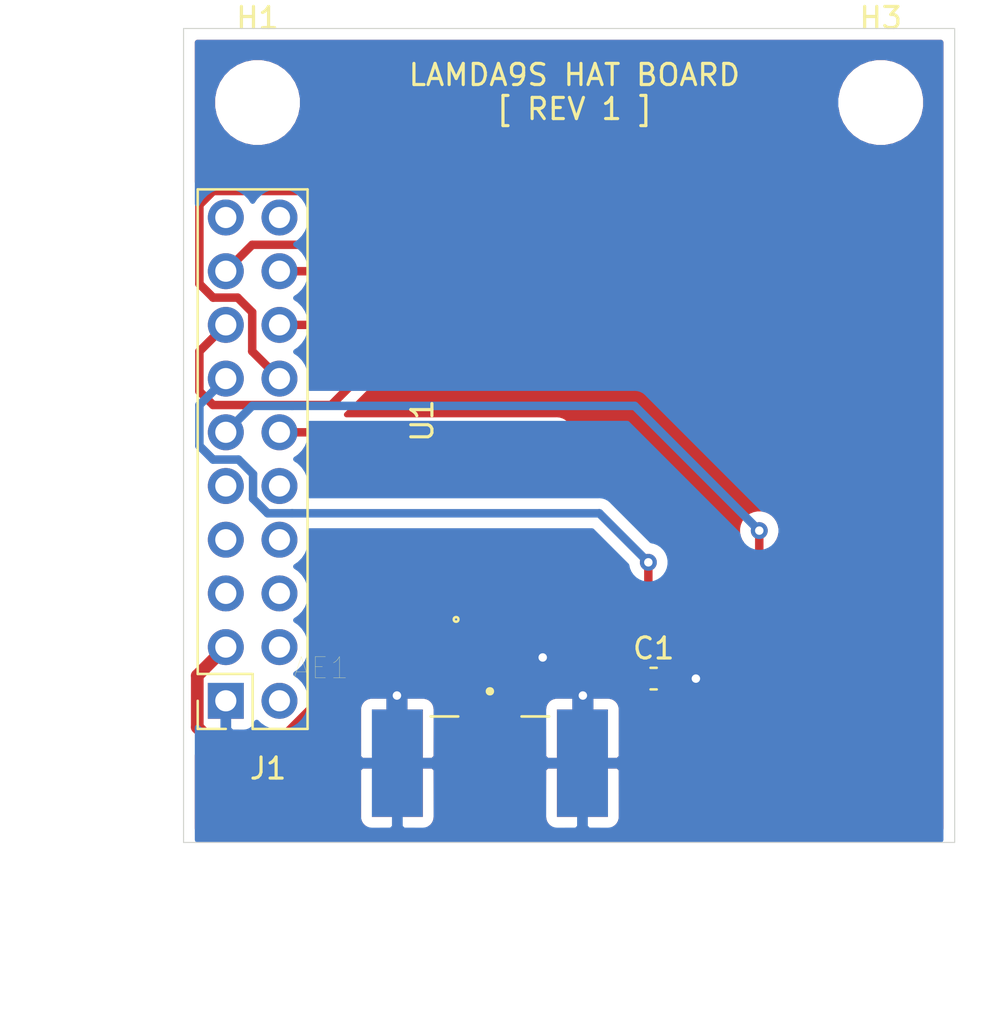
<source format=kicad_pcb>
(kicad_pcb (version 20171130) (host pcbnew "(5.1.6)-1")

  (general
    (thickness 1.6)
    (drawings 6)
    (tracks 85)
    (zones 0)
    (modules 6)
    (nets 12)
  )

  (page A4)
  (layers
    (0 F.Cu signal)
    (31 B.Cu signal)
    (32 B.Adhes user)
    (33 F.Adhes user)
    (34 B.Paste user)
    (35 F.Paste user)
    (36 B.SilkS user)
    (37 F.SilkS user)
    (38 B.Mask user)
    (39 F.Mask user)
    (40 Dwgs.User user)
    (41 Cmts.User user)
    (42 Eco1.User user)
    (43 Eco2.User user)
    (44 Edge.Cuts user)
    (45 Margin user)
    (46 B.CrtYd user)
    (47 F.CrtYd user)
    (48 B.Fab user)
    (49 F.Fab user)
  )

  (setup
    (last_trace_width 0.6)
    (user_trace_width 0.3)
    (user_trace_width 0.4)
    (user_trace_width 0.6)
    (user_trace_width 1)
    (user_trace_width 2.7392)
    (trace_clearance 0.2)
    (zone_clearance 0.508)
    (zone_45_only no)
    (trace_min 0.2)
    (via_size 0.8)
    (via_drill 0.4)
    (via_min_size 0.4)
    (via_min_drill 0.3)
    (uvia_size 0.3)
    (uvia_drill 0.1)
    (uvias_allowed no)
    (uvia_min_size 0.2)
    (uvia_min_drill 0.1)
    (edge_width 0.05)
    (segment_width 0.2)
    (pcb_text_width 0.3)
    (pcb_text_size 1.5 1.5)
    (mod_edge_width 0.12)
    (mod_text_size 1 1)
    (mod_text_width 0.15)
    (pad_size 2.413 5.08)
    (pad_drill 0)
    (pad_to_mask_clearance 0.05)
    (aux_axis_origin 0 0)
    (visible_elements 7FFFFFFF)
    (pcbplotparams
      (layerselection 0x010fc_ffffffff)
      (usegerberextensions false)
      (usegerberattributes true)
      (usegerberadvancedattributes true)
      (creategerberjobfile true)
      (excludeedgelayer true)
      (linewidth 0.100000)
      (plotframeref false)
      (viasonmask false)
      (mode 1)
      (useauxorigin false)
      (hpglpennumber 1)
      (hpglpenspeed 20)
      (hpglpendiameter 15.000000)
      (psnegative false)
      (psa4output false)
      (plotreference true)
      (plotvalue true)
      (plotinvisibletext false)
      (padsonsilk false)
      (subtractmaskfromsilk false)
      (outputformat 1)
      (mirror false)
      (drillshape 1)
      (scaleselection 1)
      (outputdirectory ""))
  )

  (net 0 "")
  (net 1 GND)
  (net 2 +3V3)
  (net 3 "Net-(AE1-Pad1)")
  (net 4 /MISO)
  (net 5 /SCK)
  (net 6 /MOSI)
  (net 7 /nCS)
  (net 8 /RESET)
  (net 9 /RX_SWITCH)
  (net 10 /TX_SWITCH)
  (net 11 /DIO)

  (net_class Default "This is the default net class."
    (clearance 0.2)
    (trace_width 0.25)
    (via_dia 0.8)
    (via_drill 0.4)
    (uvia_dia 0.3)
    (uvia_drill 0.1)
    (add_net +3V3)
    (add_net /DIO)
    (add_net /MISO)
    (add_net /MOSI)
    (add_net /RESET)
    (add_net /RX_SWITCH)
    (add_net /SCK)
    (add_net /TX_SWITCH)
    (add_net /nCS)
    (add_net GND)
    (add_net "Net-(AE1-Pad1)")
  )

  (module Connector_PinHeader_2.54mm:PinHeader_2x10_P2.54mm_Vertical (layer F.Cu) (tedit 5FF7BED9) (tstamp 5FF88A75)
    (at 132.008 88.3 180)
    (descr "Through hole straight pin header, 2x10, 2.54mm pitch, double rows")
    (tags "Through hole pin header THT 2x10 2.54mm double row")
    (path /5FFA9BC7)
    (fp_text reference J1 (at -1.492 -3.2 180) (layer F.SilkS)
      (effects (font (size 1 1) (thickness 0.15)))
    )
    (fp_text value Conn_02x10_Counter_Clockwise (at -0.762 25.19 180) (layer F.Fab)
      (effects (font (size 1 1) (thickness 0.15)))
    )
    (fp_line (start 0.508 -1.27) (end -3.302 -1.27) (layer F.Fab) (width 0.1))
    (fp_line (start -3.302 -1.27) (end -3.302 24.13) (layer F.Fab) (width 0.1))
    (fp_line (start -3.302 24.13) (end 1.778 24.13) (layer F.Fab) (width 0.1))
    (fp_line (start 1.778 24.13) (end 1.778 0) (layer F.Fab) (width 0.1))
    (fp_line (start 1.778 0) (end 0.508 -1.27) (layer F.Fab) (width 0.1))
    (fp_line (start 1.838 24.19) (end -3.362 24.19) (layer F.SilkS) (width 0.12))
    (fp_line (start 1.838 1.27) (end 1.838 24.19) (layer F.SilkS) (width 0.12))
    (fp_line (start -3.362 -1.33) (end -3.362 24.19) (layer F.SilkS) (width 0.12))
    (fp_line (start 1.838 1.27) (end -0.762 1.27) (layer F.SilkS) (width 0.12))
    (fp_line (start -0.762 1.27) (end -0.762 -1.33) (layer F.SilkS) (width 0.12))
    (fp_line (start -0.762 -1.33) (end -3.362 -1.33) (layer F.SilkS) (width 0.12))
    (fp_line (start 1.838 0) (end 1.838 -1.33) (layer F.SilkS) (width 0.12))
    (fp_line (start 1.838 -1.33) (end 0.508 -1.33) (layer F.SilkS) (width 0.12))
    (fp_line (start 2.308 -1.8) (end 2.308 24.65) (layer F.CrtYd) (width 0.05))
    (fp_line (start 2.308 24.65) (end -3.842 24.65) (layer F.CrtYd) (width 0.05))
    (fp_line (start -3.842 24.65) (end -3.842 -1.8) (layer F.CrtYd) (width 0.05))
    (fp_line (start 2.308 -1.8) (end -3.842 -1.8) (layer F.CrtYd) (width 0.05))
    (fp_text user %R (at -0.762 11.43 270) (layer F.Fab)
      (effects (font (size 1 1) (thickness 0.15)))
    )
    (pad 20 thru_hole oval (at -2.032 22.86 180) (size 1.7 1.7) (drill 1) (layers *.Cu *.Mask))
    (pad 19 thru_hole oval (at 0.508 22.86 180) (size 1.7 1.7) (drill 1) (layers *.Cu *.Mask))
    (pad 18 thru_hole oval (at -2.032 20.32 180) (size 1.7 1.7) (drill 1) (layers *.Cu *.Mask)
      (net 4 /MISO))
    (pad 17 thru_hole oval (at 0.508 20.32 180) (size 1.7 1.7) (drill 1) (layers *.Cu *.Mask)
      (net 5 /SCK))
    (pad 16 thru_hole oval (at -2.032 17.78 180) (size 1.7 1.7) (drill 1) (layers *.Cu *.Mask)
      (net 6 /MOSI))
    (pad 15 thru_hole oval (at 0.508 17.78 180) (size 1.7 1.7) (drill 1) (layers *.Cu *.Mask)
      (net 7 /nCS))
    (pad 14 thru_hole oval (at -2.032 15.24 180) (size 1.7 1.7) (drill 1) (layers *.Cu *.Mask)
      (net 8 /RESET))
    (pad 13 thru_hole oval (at 0.508 15.24 180) (size 1.7 1.7) (drill 1) (layers *.Cu *.Mask)
      (net 9 /RX_SWITCH))
    (pad 12 thru_hole oval (at -2.032 12.7 180) (size 1.7 1.7) (drill 1) (layers *.Cu *.Mask)
      (net 10 /TX_SWITCH))
    (pad 11 thru_hole oval (at 0.508 12.7 180) (size 1.7 1.7) (drill 1) (layers *.Cu *.Mask)
      (net 11 /DIO))
    (pad 10 thru_hole oval (at -2.032 10.16 180) (size 1.7 1.7) (drill 1) (layers *.Cu *.Mask))
    (pad 9 thru_hole oval (at 0.508 10.16 180) (size 1.7 1.7) (drill 1) (layers *.Cu *.Mask))
    (pad 8 thru_hole oval (at -2.032 7.62 180) (size 1.7 1.7) (drill 1) (layers *.Cu *.Mask))
    (pad 7 thru_hole oval (at 0.508 7.62 180) (size 1.7 1.7) (drill 1) (layers *.Cu *.Mask))
    (pad 6 thru_hole oval (at -2.032 5.08 180) (size 1.7 1.7) (drill 1) (layers *.Cu *.Mask))
    (pad 5 thru_hole oval (at 0.508 5.08 180) (size 1.7 1.7) (drill 1) (layers *.Cu *.Mask))
    (pad 4 thru_hole oval (at -2.032 2.54 180) (size 1.7 1.7) (drill 1) (layers *.Cu *.Mask))
    (pad 3 thru_hole oval (at 0.508 2.54 180) (size 1.7 1.7) (drill 1) (layers *.Cu *.Mask)
      (net 2 +3V3))
    (pad 2 thru_hole oval (at -2.032 0 180) (size 1.7 1.7) (drill 1) (layers *.Cu *.Mask))
    (pad 1 thru_hole rect (at 0.508 0 180) (size 1.7 1.7) (drill 1) (layers *.Cu *.Mask)
      (net 1 GND))
    (model ${KISYS3DMOD}/Connector_PinHeader_2.54mm.3dshapes/PinHeader_2x10_P2.54mm_Vertical.wrl
      (at (xyz 0 0 0))
      (scale (xyz 1 1 1))
      (rotate (xyz 0 0 0))
    )
  )

  (module MountingHole:MountingHole_3mm (layer F.Cu) (tedit 56D1B4CB) (tstamp 5FF86F39)
    (at 162.5 60)
    (descr "Mounting Hole 3mm, no annular")
    (tags "mounting hole 3mm no annular")
    (path /5FFB2DC8)
    (attr virtual)
    (fp_text reference H3 (at 0 -4) (layer F.SilkS)
      (effects (font (size 1 1) (thickness 0.15)))
    )
    (fp_text value MountingHole (at 0 4) (layer F.Fab)
      (effects (font (size 1 1) (thickness 0.15)))
    )
    (fp_circle (center 0 0) (end 3 0) (layer Cmts.User) (width 0.15))
    (fp_circle (center 0 0) (end 3.25 0) (layer F.CrtYd) (width 0.05))
    (fp_text user %R (at 0.3 0) (layer F.Fab)
      (effects (font (size 1 1) (thickness 0.15)))
    )
    (pad 1 np_thru_hole circle (at 0 0) (size 3 3) (drill 3) (layers *.Cu *.Mask))
  )

  (module MountingHole:MountingHole_3mm (layer F.Cu) (tedit 56D1B4CB) (tstamp 5FF86F29)
    (at 133 60)
    (descr "Mounting Hole 3mm, no annular")
    (tags "mounting hole 3mm no annular")
    (path /5FFB1B80)
    (attr virtual)
    (fp_text reference H1 (at 0 -4) (layer F.SilkS)
      (effects (font (size 1 1) (thickness 0.15)))
    )
    (fp_text value MountingHole (at 0 4) (layer F.Fab)
      (effects (font (size 1 1) (thickness 0.15)))
    )
    (fp_circle (center 0 0) (end 3 0) (layer Cmts.User) (width 0.15))
    (fp_circle (center 0 0) (end 3.25 0) (layer F.CrtYd) (width 0.05))
    (fp_text user %R (at 0.3 0) (layer F.Fab)
      (effects (font (size 1 1) (thickness 0.15)))
    )
    (pad 1 np_thru_hole circle (at 0 0) (size 3 3) (drill 3) (layers *.Cu *.Mask))
  )

  (module SMA:CINCH_142-0701-801 (layer F.Cu) (tedit 60121270) (tstamp 5FF85EF9)
    (at 144 91.25 180)
    (path /5FFA59EB)
    (fp_text reference AE1 (at 8 4.5) (layer F.SilkS)
      (effects (font (size 1 1) (thickness 0.015)))
    )
    (fp_text value Antenna (at 4.75 3.75) (layer F.Fab)
      (effects (font (size 1 1) (thickness 0.015)))
    )
    (fp_line (start -3.425 -4.28) (end -3.425 -12.315) (layer F.CrtYd) (width 0.05))
    (fp_line (start -5.838 -4.28) (end -3.425 -4.28) (layer F.CrtYd) (width 0.05))
    (fp_line (start -5.838 2.79) (end -5.838 -4.28) (layer F.CrtYd) (width 0.05))
    (fp_line (start 5.838 2.79) (end -5.838 2.79) (layer F.CrtYd) (width 0.05))
    (fp_line (start 5.838 -4.28) (end 5.838 2.79) (layer F.CrtYd) (width 0.05))
    (fp_line (start 3.425 -4.28) (end 5.838 -4.28) (layer F.CrtYd) (width 0.05))
    (fp_line (start 3.425 -12.315) (end 3.425 -4.28) (layer F.CrtYd) (width 0.05))
    (fp_line (start -3.425 -12.315) (end 3.425 -12.315) (layer F.CrtYd) (width 0.05))
    (fp_circle (center 0 3.4) (end 0.1 3.4) (layer F.Fab) (width 0.2))
    (fp_circle (center 0 3.4) (end 0.1 3.4) (layer F.SilkS) (width 0.2))
    (fp_line (start 1.5 2.2098) (end 2.8 2.2098) (layer F.SilkS) (width 0.127))
    (fp_line (start -2.8 2.2098) (end -1.5 2.2098) (layer F.SilkS) (width 0.127))
    (fp_line (start 4.8 -2.54) (end 8.3 -2.54) (layer F.Fab) (width 0.127))
    (fp_line (start 4.7625 -4.0259) (end 4.7625 -2.54) (layer F.Fab) (width 0.127))
    (fp_line (start -4.7625 -4.0259) (end -4.7625 -2.54) (layer F.Fab) (width 0.127))
    (fp_line (start 3.175 -12.065) (end 3.175 -4.0259) (layer F.Fab) (width 0.127))
    (fp_line (start -3.175 -12.065) (end 3.175 -12.065) (layer F.Fab) (width 0.127))
    (fp_line (start -3.175 -4.0259) (end -3.175 -12.065) (layer F.Fab) (width 0.127))
    (fp_line (start 3.175 -4.0259) (end 4.7625 -4.0259) (layer F.Fab) (width 0.127))
    (fp_line (start -3.175 -4.0259) (end 3.175 -4.0259) (layer F.Fab) (width 0.127))
    (fp_line (start -4.7625 -4.0259) (end -3.175 -4.0259) (layer F.Fab) (width 0.127))
    (fp_line (start -4.7625 2.2098) (end -4.7625 -2.54) (layer F.Fab) (width 0.127))
    (fp_line (start 4.7625 2.2098) (end -4.7625 2.2098) (layer F.Fab) (width 0.127))
    (fp_line (start 4.7625 -2.54) (end 4.7625 2.2098) (layer F.Fab) (width 0.127))
    (fp_line (start -4.7625 -2.54) (end 4.7625 -2.54) (layer F.Fab) (width 0.127))
    (fp_text user PCB~Edge (at 6.3 -2.9) (layer F.Fab)
      (effects (font (size 1 1) (thickness 0.015)))
    )
    (pad S4 smd rect (at 4.3815 0 180) (size 2.413 5.08) (layers B.Cu B.Paste B.Mask)
      (net 1 GND))
    (pad S3 smd rect (at -4.3815 0 180) (size 2.413 5.08) (layers B.Cu B.Paste B.Mask)
      (net 1 GND))
    (pad 1 smd rect (at 0 0 180) (size 2.286 5.08) (layers F.Cu F.Paste F.Mask)
      (net 3 "Net-(AE1-Pad1)"))
    (pad S2 smd rect (at 4.3815 0 180) (size 2.413 5.08) (layers F.Cu F.Paste F.Mask)
      (net 1 GND))
    (pad S1 smd rect (at -4.3815 0 180) (size 2.413 5.08) (layers F.Cu F.Paste F.Mask)
      (net 1 GND))
  )

  (module Global:LAMBDA-9S (layer F.Cu) (tedit 5FF3EC04) (tstamp 5FF842F9)
    (at 144 84.25 90)
    (path /5FF78303)
    (fp_text reference U1 (at 9.2 -3.2 90) (layer F.SilkS)
      (effects (font (size 1 1) (thickness 0.15)))
    )
    (fp_text value LAMBDA-9S-Global (at 9.3 -5.2 90) (layer F.Fab)
      (effects (font (size 1 1) (thickness 0.15)))
    )
    (fp_line (start -1.31 -6.38) (end 18.69 -6.38) (layer F.CrtYd) (width 0.12))
    (fp_line (start 18.69 20.62) (end 18.69 -6.38) (layer F.CrtYd) (width 0.12))
    (fp_line (start 18.69 20.62) (end -1.31 20.62) (layer F.CrtYd) (width 0.12))
    (fp_line (start -1.31 -6.38) (end -1.31 20.62) (layer F.CrtYd) (width 0.12))
    (pad 12 smd rect (at 17.45 10.16 90) (size 2.5 1.78) (layers F.Cu F.Paste F.Mask)
      (net 8 /RESET))
    (pad 15 smd rect (at 17.45 2.54 90) (size 2.5 1.78) (layers F.Cu F.Paste F.Mask)
      (net 6 /MOSI))
    (pad 13 smd rect (at 17.45 7.62 90) (size 2.5 1.78) (layers F.Cu F.Paste F.Mask)
      (net 5 /SCK))
    (pad 11 smd rect (at 17.45 12.7 90) (size 2.5 1.78) (layers F.Cu F.Paste F.Mask))
    (pad 9 smd rect (at 17.45 17.78 90) (size 2.5 1.78) (layers F.Cu F.Paste F.Mask))
    (pad 14 smd rect (at 17.45 5.08 90) (size 2.5 1.78) (layers F.Cu F.Paste F.Mask)
      (net 4 /MISO))
    (pad 10 smd rect (at 17.45 15.24 90) (size 2.5 1.78) (layers F.Cu F.Paste F.Mask))
    (pad 16 smd rect (at 17.45 0 90) (size 2.5 1.78) (layers F.Cu F.Paste F.Mask)
      (net 7 /nCS))
    (pad 8 smd rect (at 0 17.78 90) (size 2.5 1.78) (layers F.Cu F.Paste F.Mask))
    (pad 7 smd rect (at 0 15.24 90) (size 2.5 1.78) (layers F.Cu F.Paste F.Mask))
    (pad 6 smd rect (at 0 12.7 90) (size 2.5 1.78) (layers F.Cu F.Paste F.Mask)
      (net 11 /DIO))
    (pad 5 smd rect (at 0 10.16 90) (size 2.5 1.78) (layers F.Cu F.Paste F.Mask)
      (net 10 /TX_SWITCH))
    (pad 4 smd rect (at 0 7.62 90) (size 2.5 1.78) (layers F.Cu F.Paste F.Mask)
      (net 9 /RX_SWITCH))
    (pad 3 smd rect (at 0 5.08 90) (size 2.5 1.78) (layers F.Cu F.Paste F.Mask)
      (net 2 +3V3))
    (pad 2 smd rect (at 0 2.54 90) (size 2.5 1.78) (layers F.Cu F.Paste F.Mask)
      (net 1 GND))
    (pad 1 smd rect (at 0 0 90) (size 2.5 1.78) (layers F.Cu F.Paste F.Mask)
      (net 3 "Net-(AE1-Pad1)"))
  )

  (module Capacitor_SMD:C_0603_1608Metric_Pad1.08x0.95mm_HandSolder (layer F.Cu) (tedit 5F68FEEF) (tstamp 5FF842AF)
    (at 151.75 87.25)
    (descr "Capacitor SMD 0603 (1608 Metric), square (rectangular) end terminal, IPC_7351 nominal with elongated pad for handsoldering. (Body size source: IPC-SM-782 page 76, https://www.pcb-3d.com/wordpress/wp-content/uploads/ipc-sm-782a_amendment_1_and_2.pdf), generated with kicad-footprint-generator")
    (tags "capacitor handsolder")
    (path /5FF7DD84)
    (attr smd)
    (fp_text reference C1 (at 0 -1.43 180) (layer F.SilkS)
      (effects (font (size 1 1) (thickness 0.15)))
    )
    (fp_text value 100n (at 0 1.43 180) (layer F.Fab)
      (effects (font (size 1 1) (thickness 0.15)))
    )
    (fp_line (start -0.8 0.4) (end -0.8 -0.4) (layer F.Fab) (width 0.1))
    (fp_line (start -0.8 -0.4) (end 0.8 -0.4) (layer F.Fab) (width 0.1))
    (fp_line (start 0.8 -0.4) (end 0.8 0.4) (layer F.Fab) (width 0.1))
    (fp_line (start 0.8 0.4) (end -0.8 0.4) (layer F.Fab) (width 0.1))
    (fp_line (start -0.146267 -0.51) (end 0.146267 -0.51) (layer F.SilkS) (width 0.12))
    (fp_line (start -0.146267 0.51) (end 0.146267 0.51) (layer F.SilkS) (width 0.12))
    (fp_line (start -1.65 0.73) (end -1.65 -0.73) (layer F.CrtYd) (width 0.05))
    (fp_line (start -1.65 -0.73) (end 1.65 -0.73) (layer F.CrtYd) (width 0.05))
    (fp_line (start 1.65 -0.73) (end 1.65 0.73) (layer F.CrtYd) (width 0.05))
    (fp_line (start 1.65 0.73) (end -1.65 0.73) (layer F.CrtYd) (width 0.05))
    (fp_text user %R (at 0 0 180) (layer F.Fab)
      (effects (font (size 0.4 0.4) (thickness 0.06)))
    )
    (pad 2 smd roundrect (at 0.8625 0) (size 1.075 0.95) (layers F.Cu F.Paste F.Mask) (roundrect_rratio 0.25)
      (net 1 GND))
    (pad 1 smd roundrect (at -0.8625 0) (size 1.075 0.95) (layers F.Cu F.Paste F.Mask) (roundrect_rratio 0.25)
      (net 2 +3V3))
    (model ${KISYS3DMOD}/Capacitor_SMD.3dshapes/C_0603_1608Metric.wrl
      (at (xyz 0 0 0))
      (scale (xyz 1 1 1))
      (rotate (xyz 0 0 0))
    )
  )

  (gr_text "LAMDA9S HAT BOARD\n[ REV 1 ]\n" (at 148 59.5) (layer F.SilkS)
    (effects (font (size 1 1) (thickness 0.15)))
  )
  (gr_circle (center 142.4 84.45) (end 142.4 84.4) (layer F.SilkS) (width 0.12))
  (gr_line (start 129.5 95) (end 129.5 56.5) (layer Edge.Cuts) (width 0.05) (tstamp 5FF87B56))
  (gr_line (start 166 95) (end 129.5 95) (layer Edge.Cuts) (width 0.05))
  (gr_line (start 166 56.5) (end 166 95) (layer Edge.Cuts) (width 0.05))
  (gr_line (start 129.5 56.5) (end 166 56.5) (layer Edge.Cuts) (width 0.05))

  (via (at 139.6 88.05) (size 0.8) (drill 0.4) (layers F.Cu B.Cu) (net 1))
  (via (at 148.4 88.05) (size 0.8) (drill 0.4) (layers F.Cu B.Cu) (net 1))
  (segment (start 139.6 91.2315) (end 139.6185 91.25) (width 1) (layer F.Cu) (net 1))
  (segment (start 139.6 88.05) (end 139.6 91.2315) (width 1) (layer F.Cu) (net 1))
  (segment (start 148.4 91.2315) (end 148.3815 91.25) (width 1) (layer F.Cu) (net 1))
  (segment (start 148.4 88.05) (end 148.4 91.2315) (width 1) (layer F.Cu) (net 1))
  (segment (start 148.4 91.2315) (end 148.3815 91.25) (width 1) (layer B.Cu) (net 1))
  (segment (start 148.4 88.05) (end 148.4 91.2315) (width 1) (layer B.Cu) (net 1))
  (segment (start 139.6 91.2315) (end 139.6185 91.25) (width 1) (layer B.Cu) (net 1))
  (segment (start 139.6 88.05) (end 139.6 91.2315) (width 1) (layer B.Cu) (net 1))
  (via (at 153.75 87.25) (size 0.8) (drill 0.4) (layers F.Cu B.Cu) (net 1))
  (segment (start 153.75 87.25) (end 152.6125 87.25) (width 0.6) (layer F.Cu) (net 1))
  (segment (start 146.5 84.29) (end 146.54 84.25) (width 1) (layer F.Cu) (net 1))
  (segment (start 146.5 86.25) (end 146.5 84.29) (width 1) (layer F.Cu) (net 1))
  (via (at 146.5 86.25) (size 0.8) (drill 0.4) (layers F.Cu B.Cu) (net 1))
  (segment (start 149.08 85.4425) (end 149.08 84.25) (width 0.6) (layer F.Cu) (net 2))
  (segment (start 150.8875 87.25) (end 149.08 85.4425) (width 0.6) (layer F.Cu) (net 2))
  (segment (start 130.149999 89.550001) (end 130.849998 90.25) (width 0.6) (layer F.Cu) (net 2))
  (segment (start 131.5 85.76) (end 130.149999 87.110001) (width 0.6) (layer F.Cu) (net 2))
  (segment (start 130.149999 87.110001) (end 130.149999 89.550001) (width 0.6) (layer F.Cu) (net 2))
  (segment (start 134.088002 90.25) (end 137.25 87.088002) (width 0.6) (layer F.Cu) (net 2))
  (segment (start 130.849998 90.25) (end 134.088002 90.25) (width 0.6) (layer F.Cu) (net 2))
  (segment (start 137.25 87.088002) (end 137.25 85.25) (width 0.6) (layer F.Cu) (net 2))
  (segment (start 137.25 85.25) (end 141 81.5) (width 0.6) (layer F.Cu) (net 2))
  (segment (start 149.08 82.4) (end 149.08 84.25) (width 0.6) (layer F.Cu) (net 2))
  (segment (start 148.18 81.5) (end 149.08 82.4) (width 0.6) (layer F.Cu) (net 2))
  (segment (start 141 81.5) (end 148.18 81.5) (width 0.6) (layer F.Cu) (net 2))
  (segment (start 144 84.25) (end 144 91.25) (width 2.7392) (layer F.Cu) (net 3))
  (segment (start 149.08 65.15) (end 149.08 66.8) (width 0.4) (layer F.Cu) (net 4))
  (segment (start 147.18 63.25) (end 149.08 65.15) (width 0.4) (layer F.Cu) (net 4))
  (segment (start 142 63.25) (end 147.18 63.25) (width 0.4) (layer F.Cu) (net 4))
  (segment (start 134.04 67.98) (end 137.27 67.98) (width 0.4) (layer F.Cu) (net 4))
  (segment (start 137.27 67.98) (end 142 63.25) (width 0.4) (layer F.Cu) (net 4))
  (segment (start 151.62 66.44) (end 151.62 66.8) (width 0.4) (layer F.Cu) (net 5))
  (segment (start 151.62 65.15) (end 151.62 66.8) (width 0.4) (layer F.Cu) (net 5))
  (segment (start 132.750001 66.729999) (end 135.520001 66.729999) (width 0.4) (layer F.Cu) (net 5))
  (segment (start 131.5 67.98) (end 132.750001 66.729999) (width 0.4) (layer F.Cu) (net 5))
  (segment (start 135.520001 66.729999) (end 140.25 62) (width 0.4) (layer F.Cu) (net 5))
  (segment (start 140.25 62) (end 148.47 62) (width 0.4) (layer F.Cu) (net 5))
  (segment (start 148.47 62) (end 151.62 65.15) (width 0.4) (layer F.Cu) (net 5))
  (segment (start 134.04 70.52) (end 136.98 70.52) (width 0.4) (layer F.Cu) (net 6))
  (segment (start 136.98 70.52) (end 143 64.5) (width 0.4) (layer F.Cu) (net 6))
  (segment (start 146.54 65.15) (end 146.54 66.8) (width 0.4) (layer F.Cu) (net 6))
  (segment (start 145.89 64.5) (end 146.54 65.15) (width 0.4) (layer F.Cu) (net 6))
  (segment (start 143 64.5) (end 145.89 64.5) (width 0.4) (layer F.Cu) (net 6))
  (segment (start 136.489999 74.310001) (end 144 66.8) (width 0.4) (layer F.Cu) (net 7))
  (segment (start 130.249999 73.660001) (end 130.899999 74.310001) (width 0.4) (layer F.Cu) (net 7))
  (segment (start 130.899999 74.310001) (end 136.489999 74.310001) (width 0.4) (layer F.Cu) (net 7))
  (segment (start 131.5 70.52) (end 130.249999 71.770001) (width 0.4) (layer F.Cu) (net 7))
  (segment (start 130.249999 71.770001) (end 130.249999 73.660001) (width 0.4) (layer F.Cu) (net 7))
  (segment (start 154.16 65.15) (end 154.16 66.8) (width 0.4) (layer F.Cu) (net 8))
  (segment (start 132.060003 69.230001) (end 130.899999 69.230001) (width 0.4) (layer F.Cu) (net 8))
  (segment (start 130.899999 69.230001) (end 130.249999 68.580001) (width 0.4) (layer F.Cu) (net 8))
  (segment (start 134.04 73.06) (end 132.750001 71.770001) (width 0.4) (layer F.Cu) (net 8))
  (segment (start 132.750001 69.919999) (end 132.060003 69.230001) (width 0.4) (layer F.Cu) (net 8))
  (segment (start 132.750001 71.770001) (end 132.750001 69.919999) (width 0.4) (layer F.Cu) (net 8))
  (segment (start 130.249999 68.580001) (end 130.249999 64.839999) (width 0.4) (layer F.Cu) (net 8))
  (segment (start 130.249999 64.839999) (end 130.899999 64.189999) (width 0.4) (layer F.Cu) (net 8))
  (segment (start 138.75 60.75) (end 149.76 60.75) (width 0.4) (layer F.Cu) (net 8))
  (segment (start 149.76 60.75) (end 154.16 65.15) (width 0.4) (layer F.Cu) (net 8))
  (segment (start 130.899999 64.189999) (end 135.310001 64.189999) (width 0.4) (layer F.Cu) (net 8))
  (segment (start 135.310001 64.189999) (end 138.75 60.75) (width 0.4) (layer F.Cu) (net 8))
  (segment (start 133.479997 79.429999) (end 134.640001 79.429999) (width 0.4) (layer B.Cu) (net 9))
  (segment (start 132.789999 77.579997) (end 132.789999 78.740001) (width 0.4) (layer B.Cu) (net 9))
  (segment (start 130.899999 76.889999) (end 132.100001 76.889999) (width 0.4) (layer B.Cu) (net 9))
  (segment (start 130.249999 74.310001) (end 130.249999 76.239999) (width 0.4) (layer B.Cu) (net 9))
  (segment (start 131.5 73.06) (end 130.249999 74.310001) (width 0.4) (layer B.Cu) (net 9))
  (segment (start 132.789999 78.740001) (end 133.479997 79.429999) (width 0.4) (layer B.Cu) (net 9))
  (segment (start 130.249999 76.239999) (end 130.899999 76.889999) (width 0.4) (layer B.Cu) (net 9))
  (segment (start 132.100001 76.889999) (end 132.789999 77.579997) (width 0.4) (layer B.Cu) (net 9))
  (via (at 151.5 81.75) (size 0.8) (drill 0.4) (layers F.Cu B.Cu) (net 9))
  (segment (start 134.640001 79.429999) (end 149.179999 79.429999) (width 0.4) (layer B.Cu) (net 9))
  (segment (start 149.179999 79.429999) (end 151.5 81.75) (width 0.4) (layer B.Cu) (net 9))
  (segment (start 151.5 84.13) (end 151.62 84.25) (width 0.4) (layer F.Cu) (net 9))
  (segment (start 151.5 81.75) (end 151.5 84.13) (width 0.4) (layer F.Cu) (net 9))
  (segment (start 154.16 82.6) (end 154.16 84.25) (width 0.4) (layer F.Cu) (net 10))
  (segment (start 147.16 75.6) (end 154.16 82.6) (width 0.4) (layer F.Cu) (net 10))
  (segment (start 134.04 75.6) (end 147.16 75.6) (width 0.4) (layer F.Cu) (net 10))
  (segment (start 131.5 75.6) (end 132.750001 74.349999) (width 0.4) (layer B.Cu) (net 11))
  (segment (start 132.750001 74.349999) (end 134.640001 74.349999) (width 0.4) (layer B.Cu) (net 11))
  (segment (start 134.640001 74.349999) (end 150.849999 74.349999) (width 0.4) (layer B.Cu) (net 11))
  (via (at 156.75 80.25) (size 0.8) (drill 0.4) (layers F.Cu B.Cu) (net 11))
  (segment (start 150.849999 74.349999) (end 156.75 80.25) (width 0.4) (layer B.Cu) (net 11))
  (segment (start 156.75 84.2) (end 156.7 84.25) (width 0.4) (layer F.Cu) (net 11))
  (segment (start 156.75 80.25) (end 156.75 84.2) (width 0.4) (layer F.Cu) (net 11))

  (zone (net 1) (net_name GND) (layer B.Cu) (tstamp 0) (hatch edge 0.508)
    (connect_pads (clearance 0.508))
    (min_thickness 0.254)
    (fill yes (arc_segments 32) (thermal_gap 0.508) (thermal_bridge_width 0.508))
    (polygon
      (pts
        (xy 166 95) (xy 129.5 95) (xy 129.5 56.5) (xy 166 56.5)
      )
    )
    (filled_polygon
      (pts
        (xy 165.340001 94.873) (xy 130.16 94.873) (xy 130.16 93.79) (xy 137.773928 93.79) (xy 137.786188 93.914482)
        (xy 137.822498 94.03418) (xy 137.881463 94.144494) (xy 137.960815 94.241185) (xy 138.057506 94.320537) (xy 138.16782 94.379502)
        (xy 138.287518 94.415812) (xy 138.412 94.428072) (xy 139.33275 94.425) (xy 139.4915 94.26625) (xy 139.4915 91.377)
        (xy 139.7455 91.377) (xy 139.7455 94.26625) (xy 139.90425 94.425) (xy 140.825 94.428072) (xy 140.949482 94.415812)
        (xy 141.06918 94.379502) (xy 141.179494 94.320537) (xy 141.276185 94.241185) (xy 141.355537 94.144494) (xy 141.414502 94.03418)
        (xy 141.450812 93.914482) (xy 141.463072 93.79) (xy 146.536928 93.79) (xy 146.549188 93.914482) (xy 146.585498 94.03418)
        (xy 146.644463 94.144494) (xy 146.723815 94.241185) (xy 146.820506 94.320537) (xy 146.93082 94.379502) (xy 147.050518 94.415812)
        (xy 147.175 94.428072) (xy 148.09575 94.425) (xy 148.2545 94.26625) (xy 148.2545 91.377) (xy 148.5085 91.377)
        (xy 148.5085 94.26625) (xy 148.66725 94.425) (xy 149.588 94.428072) (xy 149.712482 94.415812) (xy 149.83218 94.379502)
        (xy 149.942494 94.320537) (xy 150.039185 94.241185) (xy 150.118537 94.144494) (xy 150.177502 94.03418) (xy 150.213812 93.914482)
        (xy 150.226072 93.79) (xy 150.223 91.53575) (xy 150.06425 91.377) (xy 148.5085 91.377) (xy 148.2545 91.377)
        (xy 146.69875 91.377) (xy 146.54 91.53575) (xy 146.536928 93.79) (xy 141.463072 93.79) (xy 141.46 91.53575)
        (xy 141.30125 91.377) (xy 139.7455 91.377) (xy 139.4915 91.377) (xy 137.93575 91.377) (xy 137.777 91.53575)
        (xy 137.773928 93.79) (xy 130.16 93.79) (xy 130.16 89.553889) (xy 130.198815 89.601185) (xy 130.295506 89.680537)
        (xy 130.40582 89.739502) (xy 130.525518 89.775812) (xy 130.65 89.788072) (xy 131.21425 89.785) (xy 131.373 89.62625)
        (xy 131.373 88.427) (xy 131.353 88.427) (xy 131.353 88.173) (xy 131.373 88.173) (xy 131.373 88.153)
        (xy 131.627 88.153) (xy 131.627 88.173) (xy 131.647 88.173) (xy 131.647 88.427) (xy 131.627 88.427)
        (xy 131.627 89.62625) (xy 131.78575 89.785) (xy 132.35 89.788072) (xy 132.474482 89.775812) (xy 132.59418 89.739502)
        (xy 132.704494 89.680537) (xy 132.801185 89.601185) (xy 132.880537 89.504494) (xy 132.939502 89.39418) (xy 132.961513 89.32162)
        (xy 133.093368 89.453475) (xy 133.336589 89.61599) (xy 133.606842 89.727932) (xy 133.89374 89.785) (xy 134.18626 89.785)
        (xy 134.473158 89.727932) (xy 134.743411 89.61599) (xy 134.986632 89.453475) (xy 135.193475 89.246632) (xy 135.35599 89.003411)
        (xy 135.467932 88.733158) (xy 135.472538 88.71) (xy 137.773928 88.71) (xy 137.777 90.96425) (xy 137.93575 91.123)
        (xy 139.4915 91.123) (xy 139.4915 88.23375) (xy 139.7455 88.23375) (xy 139.7455 91.123) (xy 141.30125 91.123)
        (xy 141.46 90.96425) (xy 141.463072 88.71) (xy 146.536928 88.71) (xy 146.54 90.96425) (xy 146.69875 91.123)
        (xy 148.2545 91.123) (xy 148.2545 88.23375) (xy 148.5085 88.23375) (xy 148.5085 91.123) (xy 150.06425 91.123)
        (xy 150.223 90.96425) (xy 150.226072 88.71) (xy 150.213812 88.585518) (xy 150.177502 88.46582) (xy 150.118537 88.355506)
        (xy 150.039185 88.258815) (xy 149.942494 88.179463) (xy 149.83218 88.120498) (xy 149.712482 88.084188) (xy 149.588 88.071928)
        (xy 148.66725 88.075) (xy 148.5085 88.23375) (xy 148.2545 88.23375) (xy 148.09575 88.075) (xy 147.175 88.071928)
        (xy 147.050518 88.084188) (xy 146.93082 88.120498) (xy 146.820506 88.179463) (xy 146.723815 88.258815) (xy 146.644463 88.355506)
        (xy 146.585498 88.46582) (xy 146.549188 88.585518) (xy 146.536928 88.71) (xy 141.463072 88.71) (xy 141.450812 88.585518)
        (xy 141.414502 88.46582) (xy 141.355537 88.355506) (xy 141.276185 88.258815) (xy 141.179494 88.179463) (xy 141.06918 88.120498)
        (xy 140.949482 88.084188) (xy 140.825 88.071928) (xy 139.90425 88.075) (xy 139.7455 88.23375) (xy 139.4915 88.23375)
        (xy 139.33275 88.075) (xy 138.412 88.071928) (xy 138.287518 88.084188) (xy 138.16782 88.120498) (xy 138.057506 88.179463)
        (xy 137.960815 88.258815) (xy 137.881463 88.355506) (xy 137.822498 88.46582) (xy 137.786188 88.585518) (xy 137.773928 88.71)
        (xy 135.472538 88.71) (xy 135.525 88.44626) (xy 135.525 88.15374) (xy 135.467932 87.866842) (xy 135.35599 87.596589)
        (xy 135.193475 87.353368) (xy 134.986632 87.146525) (xy 134.81224 87.03) (xy 134.986632 86.913475) (xy 135.193475 86.706632)
        (xy 135.35599 86.463411) (xy 135.467932 86.193158) (xy 135.525 85.90626) (xy 135.525 85.61374) (xy 135.467932 85.326842)
        (xy 135.35599 85.056589) (xy 135.193475 84.813368) (xy 134.986632 84.606525) (xy 134.81224 84.49) (xy 134.986632 84.373475)
        (xy 135.193475 84.166632) (xy 135.35599 83.923411) (xy 135.467932 83.653158) (xy 135.525 83.36626) (xy 135.525 83.07374)
        (xy 135.467932 82.786842) (xy 135.35599 82.516589) (xy 135.193475 82.273368) (xy 134.986632 82.066525) (xy 134.81224 81.95)
        (xy 134.986632 81.833475) (xy 135.193475 81.626632) (xy 135.35599 81.383411) (xy 135.467932 81.113158) (xy 135.525 80.82626)
        (xy 135.525 80.53374) (xy 135.471544 80.264999) (xy 148.834132 80.264999) (xy 150.475908 81.906776) (xy 150.504774 82.051898)
        (xy 150.582795 82.240256) (xy 150.696063 82.409774) (xy 150.840226 82.553937) (xy 151.009744 82.667205) (xy 151.198102 82.745226)
        (xy 151.398061 82.785) (xy 151.601939 82.785) (xy 151.801898 82.745226) (xy 151.990256 82.667205) (xy 152.159774 82.553937)
        (xy 152.303937 82.409774) (xy 152.417205 82.240256) (xy 152.495226 82.051898) (xy 152.535 81.851939) (xy 152.535 81.648061)
        (xy 152.495226 81.448102) (xy 152.417205 81.259744) (xy 152.303937 81.090226) (xy 152.159774 80.946063) (xy 151.990256 80.832795)
        (xy 151.801898 80.754774) (xy 151.656776 80.725908) (xy 149.799445 78.868578) (xy 149.77329 78.836708) (xy 149.646145 78.732363)
        (xy 149.501086 78.654827) (xy 149.343688 78.607081) (xy 149.221018 78.594999) (xy 149.221017 78.594999) (xy 149.179999 78.590959)
        (xy 149.138981 78.594999) (xy 135.458885 78.594999) (xy 135.467932 78.573158) (xy 135.525 78.28626) (xy 135.525 77.99374)
        (xy 135.467932 77.706842) (xy 135.35599 77.436589) (xy 135.193475 77.193368) (xy 134.986632 76.986525) (xy 134.81224 76.87)
        (xy 134.986632 76.753475) (xy 135.193475 76.546632) (xy 135.35599 76.303411) (xy 135.467932 76.033158) (xy 135.525 75.74626)
        (xy 135.525 75.45374) (xy 135.471544 75.184999) (xy 150.504132 75.184999) (xy 155.725908 80.406775) (xy 155.754774 80.551898)
        (xy 155.832795 80.740256) (xy 155.946063 80.909774) (xy 156.090226 81.053937) (xy 156.259744 81.167205) (xy 156.448102 81.245226)
        (xy 156.648061 81.285) (xy 156.851939 81.285) (xy 157.051898 81.245226) (xy 157.240256 81.167205) (xy 157.409774 81.053937)
        (xy 157.553937 80.909774) (xy 157.667205 80.740256) (xy 157.745226 80.551898) (xy 157.785 80.351939) (xy 157.785 80.148061)
        (xy 157.745226 79.948102) (xy 157.667205 79.759744) (xy 157.553937 79.590226) (xy 157.409774 79.446063) (xy 157.240256 79.332795)
        (xy 157.051898 79.254774) (xy 156.906775 79.225908) (xy 151.469445 73.788578) (xy 151.44329 73.756708) (xy 151.316145 73.652363)
        (xy 151.171086 73.574827) (xy 151.013688 73.527081) (xy 150.891018 73.514999) (xy 150.891017 73.514999) (xy 150.849999 73.510959)
        (xy 150.808981 73.514999) (xy 135.458885 73.514999) (xy 135.467932 73.493158) (xy 135.525 73.20626) (xy 135.525 72.91374)
        (xy 135.467932 72.626842) (xy 135.35599 72.356589) (xy 135.193475 72.113368) (xy 134.986632 71.906525) (xy 134.81224 71.79)
        (xy 134.986632 71.673475) (xy 135.193475 71.466632) (xy 135.35599 71.223411) (xy 135.467932 70.953158) (xy 135.525 70.66626)
        (xy 135.525 70.37374) (xy 135.467932 70.086842) (xy 135.35599 69.816589) (xy 135.193475 69.573368) (xy 134.986632 69.366525)
        (xy 134.81224 69.25) (xy 134.986632 69.133475) (xy 135.193475 68.926632) (xy 135.35599 68.683411) (xy 135.467932 68.413158)
        (xy 135.525 68.12626) (xy 135.525 67.83374) (xy 135.467932 67.546842) (xy 135.35599 67.276589) (xy 135.193475 67.033368)
        (xy 134.986632 66.826525) (xy 134.81224 66.71) (xy 134.986632 66.593475) (xy 135.193475 66.386632) (xy 135.35599 66.143411)
        (xy 135.467932 65.873158) (xy 135.525 65.58626) (xy 135.525 65.29374) (xy 135.467932 65.006842) (xy 135.35599 64.736589)
        (xy 135.193475 64.493368) (xy 134.986632 64.286525) (xy 134.743411 64.12401) (xy 134.473158 64.012068) (xy 134.18626 63.955)
        (xy 133.89374 63.955) (xy 133.606842 64.012068) (xy 133.336589 64.12401) (xy 133.093368 64.286525) (xy 132.886525 64.493368)
        (xy 132.77 64.66776) (xy 132.653475 64.493368) (xy 132.446632 64.286525) (xy 132.203411 64.12401) (xy 131.933158 64.012068)
        (xy 131.64626 63.955) (xy 131.35374 63.955) (xy 131.066842 64.012068) (xy 130.796589 64.12401) (xy 130.553368 64.286525)
        (xy 130.346525 64.493368) (xy 130.18401 64.736589) (xy 130.16 64.794555) (xy 130.16 59.789721) (xy 130.865 59.789721)
        (xy 130.865 60.210279) (xy 130.947047 60.622756) (xy 131.107988 61.011302) (xy 131.341637 61.360983) (xy 131.639017 61.658363)
        (xy 131.988698 61.892012) (xy 132.377244 62.052953) (xy 132.789721 62.135) (xy 133.210279 62.135) (xy 133.622756 62.052953)
        (xy 134.011302 61.892012) (xy 134.360983 61.658363) (xy 134.658363 61.360983) (xy 134.892012 61.011302) (xy 135.052953 60.622756)
        (xy 135.135 60.210279) (xy 135.135 59.789721) (xy 160.365 59.789721) (xy 160.365 60.210279) (xy 160.447047 60.622756)
        (xy 160.607988 61.011302) (xy 160.841637 61.360983) (xy 161.139017 61.658363) (xy 161.488698 61.892012) (xy 161.877244 62.052953)
        (xy 162.289721 62.135) (xy 162.710279 62.135) (xy 163.122756 62.052953) (xy 163.511302 61.892012) (xy 163.860983 61.658363)
        (xy 164.158363 61.360983) (xy 164.392012 61.011302) (xy 164.552953 60.622756) (xy 164.635 60.210279) (xy 164.635 59.789721)
        (xy 164.552953 59.377244) (xy 164.392012 58.988698) (xy 164.158363 58.639017) (xy 163.860983 58.341637) (xy 163.511302 58.107988)
        (xy 163.122756 57.947047) (xy 162.710279 57.865) (xy 162.289721 57.865) (xy 161.877244 57.947047) (xy 161.488698 58.107988)
        (xy 161.139017 58.341637) (xy 160.841637 58.639017) (xy 160.607988 58.988698) (xy 160.447047 59.377244) (xy 160.365 59.789721)
        (xy 135.135 59.789721) (xy 135.052953 59.377244) (xy 134.892012 58.988698) (xy 134.658363 58.639017) (xy 134.360983 58.341637)
        (xy 134.011302 58.107988) (xy 133.622756 57.947047) (xy 133.210279 57.865) (xy 132.789721 57.865) (xy 132.377244 57.947047)
        (xy 131.988698 58.107988) (xy 131.639017 58.341637) (xy 131.341637 58.639017) (xy 131.107988 58.988698) (xy 130.947047 59.377244)
        (xy 130.865 59.789721) (xy 130.16 59.789721) (xy 130.16 57.16) (xy 165.34 57.16)
      )
    )
  )
  (zone (net 1) (net_name GND) (layer F.Cu) (tstamp 0) (hatch edge 0.508)
    (connect_pads (clearance 0.508))
    (min_thickness 0.254)
    (fill yes (arc_segments 32) (thermal_gap 0.508) (thermal_bridge_width 0.508))
    (polygon
      (pts
        (xy 166 95) (xy 129.5 95) (xy 129.5 56.5) (xy 166 56.5)
      )
    )
    (filled_polygon
      (pts
        (xy 165.340001 94.34) (xy 149.906082 94.34) (xy 149.942494 94.320537) (xy 150.039185 94.241185) (xy 150.118537 94.144494)
        (xy 150.177502 94.03418) (xy 150.213812 93.914482) (xy 150.226072 93.79) (xy 150.223 91.53575) (xy 150.06425 91.377)
        (xy 148.5085 91.377) (xy 148.5085 91.397) (xy 148.2545 91.397) (xy 148.2545 91.377) (xy 146.69875 91.377)
        (xy 146.54 91.53575) (xy 146.536928 93.79) (xy 146.549188 93.914482) (xy 146.585498 94.03418) (xy 146.644463 94.144494)
        (xy 146.723815 94.241185) (xy 146.820506 94.320537) (xy 146.856918 94.34) (xy 145.461082 94.34) (xy 145.497494 94.320537)
        (xy 145.594185 94.241185) (xy 145.673537 94.144494) (xy 145.732502 94.03418) (xy 145.768812 93.914482) (xy 145.781072 93.79)
        (xy 145.781072 92.170317) (xy 145.86097 92.020839) (xy 145.975595 91.64297) (xy 146.0046 91.348476) (xy 146.0046 88.71)
        (xy 146.536928 88.71) (xy 146.54 90.96425) (xy 146.69875 91.123) (xy 148.2545 91.123) (xy 148.2545 88.23375)
        (xy 148.5085 88.23375) (xy 148.5085 91.123) (xy 150.06425 91.123) (xy 150.223 90.96425) (xy 150.226072 88.71)
        (xy 150.213812 88.585518) (xy 150.177502 88.46582) (xy 150.118537 88.355506) (xy 150.039185 88.258815) (xy 149.942494 88.179463)
        (xy 149.83218 88.120498) (xy 149.712482 88.084188) (xy 149.588 88.071928) (xy 148.66725 88.075) (xy 148.5085 88.23375)
        (xy 148.2545 88.23375) (xy 148.09575 88.075) (xy 147.175 88.071928) (xy 147.050518 88.084188) (xy 146.93082 88.120498)
        (xy 146.820506 88.179463) (xy 146.723815 88.258815) (xy 146.644463 88.355506) (xy 146.585498 88.46582) (xy 146.549188 88.585518)
        (xy 146.536928 88.71) (xy 146.0046 88.71) (xy 146.0046 86.136269) (xy 146.25425 86.135) (xy 146.413 85.97625)
        (xy 146.413 84.377) (xy 146.393 84.377) (xy 146.393 84.123) (xy 146.413 84.123) (xy 146.413 84.103)
        (xy 146.667 84.103) (xy 146.667 84.123) (xy 146.687 84.123) (xy 146.687 84.377) (xy 146.667 84.377)
        (xy 146.667 85.97625) (xy 146.82575 86.135) (xy 147.43 86.138072) (xy 147.554482 86.125812) (xy 147.67418 86.089502)
        (xy 147.784494 86.030537) (xy 147.81 86.009605) (xy 147.835506 86.030537) (xy 147.94582 86.089502) (xy 148.065518 86.125812)
        (xy 148.19 86.138072) (xy 148.453283 86.138072) (xy 149.711928 87.396718) (xy 149.711928 87.4875) (xy 149.728752 87.658316)
        (xy 149.778577 87.822567) (xy 149.859488 87.973942) (xy 149.968377 88.106623) (xy 150.101058 88.215512) (xy 150.252433 88.296423)
        (xy 150.416684 88.346248) (xy 150.5875 88.363072) (xy 151.1875 88.363072) (xy 151.358316 88.346248) (xy 151.522567 88.296423)
        (xy 151.672606 88.216226) (xy 151.720506 88.255537) (xy 151.83082 88.314502) (xy 151.950518 88.350812) (xy 152.075 88.363072)
        (xy 152.32675 88.36) (xy 152.4855 88.20125) (xy 152.4855 87.377) (xy 152.7395 87.377) (xy 152.7395 88.20125)
        (xy 152.89825 88.36) (xy 153.15 88.363072) (xy 153.274482 88.350812) (xy 153.39418 88.314502) (xy 153.504494 88.255537)
        (xy 153.601185 88.176185) (xy 153.680537 88.079494) (xy 153.739502 87.96918) (xy 153.775812 87.849482) (xy 153.788072 87.725)
        (xy 153.785 87.53575) (xy 153.62625 87.377) (xy 152.7395 87.377) (xy 152.4855 87.377) (xy 152.4655 87.377)
        (xy 152.4655 87.123) (xy 152.4855 87.123) (xy 152.4855 86.29875) (xy 152.7395 86.29875) (xy 152.7395 87.123)
        (xy 153.62625 87.123) (xy 153.785 86.96425) (xy 153.788072 86.775) (xy 153.775812 86.650518) (xy 153.739502 86.53082)
        (xy 153.680537 86.420506) (xy 153.601185 86.323815) (xy 153.504494 86.244463) (xy 153.39418 86.185498) (xy 153.274482 86.149188)
        (xy 153.15 86.136928) (xy 152.89825 86.14) (xy 152.7395 86.29875) (xy 152.4855 86.29875) (xy 152.32675 86.14)
        (xy 152.168751 86.138072) (xy 152.51 86.138072) (xy 152.634482 86.125812) (xy 152.75418 86.089502) (xy 152.864494 86.030537)
        (xy 152.89 86.009605) (xy 152.915506 86.030537) (xy 153.02582 86.089502) (xy 153.145518 86.125812) (xy 153.27 86.138072)
        (xy 155.05 86.138072) (xy 155.174482 86.125812) (xy 155.29418 86.089502) (xy 155.404494 86.030537) (xy 155.43 86.009605)
        (xy 155.455506 86.030537) (xy 155.56582 86.089502) (xy 155.685518 86.125812) (xy 155.81 86.138072) (xy 157.59 86.138072)
        (xy 157.714482 86.125812) (xy 157.83418 86.089502) (xy 157.944494 86.030537) (xy 157.97 86.009605) (xy 157.995506 86.030537)
        (xy 158.10582 86.089502) (xy 158.225518 86.125812) (xy 158.35 86.138072) (xy 160.13 86.138072) (xy 160.254482 86.125812)
        (xy 160.37418 86.089502) (xy 160.484494 86.030537) (xy 160.51 86.009605) (xy 160.535506 86.030537) (xy 160.64582 86.089502)
        (xy 160.765518 86.125812) (xy 160.89 86.138072) (xy 162.67 86.138072) (xy 162.794482 86.125812) (xy 162.91418 86.089502)
        (xy 163.024494 86.030537) (xy 163.121185 85.951185) (xy 163.200537 85.854494) (xy 163.259502 85.74418) (xy 163.295812 85.624482)
        (xy 163.308072 85.5) (xy 163.308072 83) (xy 163.295812 82.875518) (xy 163.259502 82.75582) (xy 163.200537 82.645506)
        (xy 163.121185 82.548815) (xy 163.024494 82.469463) (xy 162.91418 82.410498) (xy 162.794482 82.374188) (xy 162.67 82.361928)
        (xy 160.89 82.361928) (xy 160.765518 82.374188) (xy 160.64582 82.410498) (xy 160.535506 82.469463) (xy 160.51 82.490395)
        (xy 160.484494 82.469463) (xy 160.37418 82.410498) (xy 160.254482 82.374188) (xy 160.13 82.361928) (xy 158.35 82.361928)
        (xy 158.225518 82.374188) (xy 158.10582 82.410498) (xy 157.995506 82.469463) (xy 157.97 82.490395) (xy 157.944494 82.469463)
        (xy 157.83418 82.410498) (xy 157.714482 82.374188) (xy 157.59 82.361928) (xy 157.585 82.361928) (xy 157.585 80.863285)
        (xy 157.667205 80.740256) (xy 157.745226 80.551898) (xy 157.785 80.351939) (xy 157.785 80.148061) (xy 157.745226 79.948102)
        (xy 157.667205 79.759744) (xy 157.553937 79.590226) (xy 157.409774 79.446063) (xy 157.240256 79.332795) (xy 157.051898 79.254774)
        (xy 156.851939 79.215) (xy 156.648061 79.215) (xy 156.448102 79.254774) (xy 156.259744 79.332795) (xy 156.090226 79.446063)
        (xy 155.946063 79.590226) (xy 155.832795 79.759744) (xy 155.754774 79.948102) (xy 155.715 80.148061) (xy 155.715 80.351939)
        (xy 155.754774 80.551898) (xy 155.832795 80.740256) (xy 155.915 80.863285) (xy 155.915001 82.361928) (xy 155.81 82.361928)
        (xy 155.685518 82.374188) (xy 155.56582 82.410498) (xy 155.455506 82.469463) (xy 155.43 82.490395) (xy 155.404494 82.469463)
        (xy 155.29418 82.410498) (xy 155.174482 82.374188) (xy 155.05 82.361928) (xy 154.960354 82.361928) (xy 154.935172 82.278913)
        (xy 154.857636 82.133854) (xy 154.779439 82.03857) (xy 154.779437 82.038568) (xy 154.753291 82.006709) (xy 154.721433 81.980564)
        (xy 147.779446 75.038579) (xy 147.753291 75.006709) (xy 147.626146 74.902364) (xy 147.481087 74.824828) (xy 147.323689 74.777082)
        (xy 147.201019 74.765) (xy 147.201018 74.765) (xy 147.16 74.76096) (xy 147.118982 74.765) (xy 137.215867 74.765)
        (xy 143.292796 68.688072) (xy 144.89 68.688072) (xy 145.014482 68.675812) (xy 145.13418 68.639502) (xy 145.244494 68.580537)
        (xy 145.27 68.559605) (xy 145.295506 68.580537) (xy 145.40582 68.639502) (xy 145.525518 68.675812) (xy 145.65 68.688072)
        (xy 147.43 68.688072) (xy 147.554482 68.675812) (xy 147.67418 68.639502) (xy 147.784494 68.580537) (xy 147.81 68.559605)
        (xy 147.835506 68.580537) (xy 147.94582 68.639502) (xy 148.065518 68.675812) (xy 148.19 68.688072) (xy 149.97 68.688072)
        (xy 150.094482 68.675812) (xy 150.21418 68.639502) (xy 150.324494 68.580537) (xy 150.35 68.559605) (xy 150.375506 68.580537)
        (xy 150.48582 68.639502) (xy 150.605518 68.675812) (xy 150.73 68.688072) (xy 152.51 68.688072) (xy 152.634482 68.675812)
        (xy 152.75418 68.639502) (xy 152.864494 68.580537) (xy 152.89 68.559605) (xy 152.915506 68.580537) (xy 153.02582 68.639502)
        (xy 153.145518 68.675812) (xy 153.27 68.688072) (xy 155.05 68.688072) (xy 155.174482 68.675812) (xy 155.29418 68.639502)
        (xy 155.404494 68.580537) (xy 155.43 68.559605) (xy 155.455506 68.580537) (xy 155.56582 68.639502) (xy 155.685518 68.675812)
        (xy 155.81 68.688072) (xy 157.59 68.688072) (xy 157.714482 68.675812) (xy 157.83418 68.639502) (xy 157.944494 68.580537)
        (xy 157.97 68.559605) (xy 157.995506 68.580537) (xy 158.10582 68.639502) (xy 158.225518 68.675812) (xy 158.35 68.688072)
        (xy 160.13 68.688072) (xy 160.254482 68.675812) (xy 160.37418 68.639502) (xy 160.484494 68.580537) (xy 160.51 68.559605)
        (xy 160.535506 68.580537) (xy 160.64582 68.639502) (xy 160.765518 68.675812) (xy 160.89 68.688072) (xy 162.67 68.688072)
        (xy 162.794482 68.675812) (xy 162.91418 68.639502) (xy 163.024494 68.580537) (xy 163.121185 68.501185) (xy 163.200537 68.404494)
        (xy 163.259502 68.29418) (xy 163.295812 68.174482) (xy 163.308072 68.05) (xy 163.308072 65.55) (xy 163.295812 65.425518)
        (xy 163.259502 65.30582) (xy 163.200537 65.195506) (xy 163.121185 65.098815) (xy 163.024494 65.019463) (xy 162.91418 64.960498)
        (xy 162.794482 64.924188) (xy 162.67 64.911928) (xy 160.89 64.911928) (xy 160.765518 64.924188) (xy 160.64582 64.960498)
        (xy 160.535506 65.019463) (xy 160.51 65.040395) (xy 160.484494 65.019463) (xy 160.37418 64.960498) (xy 160.254482 64.924188)
        (xy 160.13 64.911928) (xy 158.35 64.911928) (xy 158.225518 64.924188) (xy 158.10582 64.960498) (xy 157.995506 65.019463)
        (xy 157.97 65.040395) (xy 157.944494 65.019463) (xy 157.83418 64.960498) (xy 157.714482 64.924188) (xy 157.59 64.911928)
        (xy 155.81 64.911928) (xy 155.685518 64.924188) (xy 155.56582 64.960498) (xy 155.455506 65.019463) (xy 155.43 65.040395)
        (xy 155.404494 65.019463) (xy 155.29418 64.960498) (xy 155.174482 64.924188) (xy 155.05 64.911928) (xy 154.960354 64.911928)
        (xy 154.935172 64.828913) (xy 154.857636 64.683854) (xy 154.753291 64.556709) (xy 154.721433 64.530564) (xy 150.379446 60.188579)
        (xy 150.353291 60.156709) (xy 150.226146 60.052364) (xy 150.081087 59.974828) (xy 149.923689 59.927082) (xy 149.801019 59.915)
        (xy 149.801018 59.915) (xy 149.76 59.91096) (xy 149.718982 59.915) (xy 138.791015 59.915) (xy 138.749999 59.91096)
        (xy 138.708983 59.915) (xy 138.708981 59.915) (xy 138.586311 59.927082) (xy 138.428913 59.974828) (xy 138.283854 60.052364)
        (xy 138.156709 60.156709) (xy 138.130559 60.188573) (xy 134.964134 63.354999) (xy 130.941017 63.354999) (xy 130.899999 63.350959)
        (xy 130.85898 63.354999) (xy 130.73631 63.367081) (xy 130.578912 63.414827) (xy 130.433853 63.492363) (xy 130.306708 63.596708)
        (xy 130.280562 63.628568) (xy 130.16 63.74913) (xy 130.16 59.789721) (xy 130.865 59.789721) (xy 130.865 60.210279)
        (xy 130.947047 60.622756) (xy 131.107988 61.011302) (xy 131.341637 61.360983) (xy 131.639017 61.658363) (xy 131.988698 61.892012)
        (xy 132.377244 62.052953) (xy 132.789721 62.135) (xy 133.210279 62.135) (xy 133.622756 62.052953) (xy 134.011302 61.892012)
        (xy 134.360983 61.658363) (xy 134.658363 61.360983) (xy 134.892012 61.011302) (xy 135.052953 60.622756) (xy 135.135 60.210279)
        (xy 135.135 59.789721) (xy 160.365 59.789721) (xy 160.365 60.210279) (xy 160.447047 60.622756) (xy 160.607988 61.011302)
        (xy 160.841637 61.360983) (xy 161.139017 61.658363) (xy 161.488698 61.892012) (xy 161.877244 62.052953) (xy 162.289721 62.135)
        (xy 162.710279 62.135) (xy 163.122756 62.052953) (xy 163.511302 61.892012) (xy 163.860983 61.658363) (xy 164.158363 61.360983)
        (xy 164.392012 61.011302) (xy 164.552953 60.622756) (xy 164.635 60.210279) (xy 164.635 59.789721) (xy 164.552953 59.377244)
        (xy 164.392012 58.988698) (xy 164.158363 58.639017) (xy 163.860983 58.341637) (xy 163.511302 58.107988) (xy 163.122756 57.947047)
        (xy 162.710279 57.865) (xy 162.289721 57.865) (xy 161.877244 57.947047) (xy 161.488698 58.107988) (xy 161.139017 58.341637)
        (xy 160.841637 58.639017) (xy 160.607988 58.988698) (xy 160.447047 59.377244) (xy 160.365 59.789721) (xy 135.135 59.789721)
        (xy 135.052953 59.377244) (xy 134.892012 58.988698) (xy 134.658363 58.639017) (xy 134.360983 58.341637) (xy 134.011302 58.107988)
        (xy 133.622756 57.947047) (xy 133.210279 57.865) (xy 132.789721 57.865) (xy 132.377244 57.947047) (xy 131.988698 58.107988)
        (xy 131.639017 58.341637) (xy 131.341637 58.639017) (xy 131.107988 58.988698) (xy 130.947047 59.377244) (xy 130.865 59.789721)
        (xy 130.16 59.789721) (xy 130.16 57.16) (xy 165.34 57.16)
      )
    )
    (filled_polygon
      (pts
        (xy 142.755506 82.469463) (xy 142.658815 82.548815) (xy 142.579463 82.645506) (xy 142.520498 82.75582) (xy 142.484188 82.875518)
        (xy 142.47729 82.94556) (xy 142.325172 83.130915) (xy 142.13903 83.479162) (xy 142.024405 83.857031) (xy 141.9954 84.151525)
        (xy 141.995401 91.348476) (xy 142.024406 91.64297) (xy 142.139031 92.020839) (xy 142.218928 92.170315) (xy 142.218928 93.79)
        (xy 142.231188 93.914482) (xy 142.267498 94.03418) (xy 142.326463 94.144494) (xy 142.405815 94.241185) (xy 142.502506 94.320537)
        (xy 142.538918 94.34) (xy 141.143082 94.34) (xy 141.179494 94.320537) (xy 141.276185 94.241185) (xy 141.355537 94.144494)
        (xy 141.414502 94.03418) (xy 141.450812 93.914482) (xy 141.463072 93.79) (xy 141.46 91.53575) (xy 141.30125 91.377)
        (xy 139.7455 91.377) (xy 139.7455 91.397) (xy 139.4915 91.397) (xy 139.4915 91.377) (xy 137.93575 91.377)
        (xy 137.777 91.53575) (xy 137.773928 93.79) (xy 137.786188 93.914482) (xy 137.822498 94.03418) (xy 137.881463 94.144494)
        (xy 137.960815 94.241185) (xy 138.057506 94.320537) (xy 138.093918 94.34) (xy 130.16 94.34) (xy 130.16 90.883085)
        (xy 130.185654 90.914344) (xy 130.328026 91.031186) (xy 130.490458 91.118007) (xy 130.613241 91.155253) (xy 130.666705 91.171471)
        (xy 130.849997 91.189524) (xy 130.895929 91.185) (xy 134.04207 91.185) (xy 134.088002 91.189524) (xy 134.133934 91.185)
        (xy 134.271294 91.171471) (xy 134.447542 91.118007) (xy 134.609974 91.031186) (xy 134.752346 90.914344) (xy 134.781632 90.878659)
        (xy 136.950291 88.71) (xy 137.773928 88.71) (xy 137.777 90.96425) (xy 137.93575 91.123) (xy 139.4915 91.123)
        (xy 139.4915 88.23375) (xy 139.7455 88.23375) (xy 139.7455 91.123) (xy 141.30125 91.123) (xy 141.46 90.96425)
        (xy 141.463072 88.71) (xy 141.450812 88.585518) (xy 141.414502 88.46582) (xy 141.355537 88.355506) (xy 141.276185 88.258815)
        (xy 141.179494 88.179463) (xy 141.06918 88.120498) (xy 140.949482 88.084188) (xy 140.825 88.071928) (xy 139.90425 88.075)
        (xy 139.7455 88.23375) (xy 139.4915 88.23375) (xy 139.33275 88.075) (xy 138.412 88.071928) (xy 138.287518 88.084188)
        (xy 138.16782 88.120498) (xy 138.057506 88.179463) (xy 137.960815 88.258815) (xy 137.881463 88.355506) (xy 137.822498 88.46582)
        (xy 137.786188 88.585518) (xy 137.773928 88.71) (xy 136.950291 88.71) (xy 137.878666 87.781626) (xy 137.914344 87.752346)
        (xy 138.031186 87.609974) (xy 138.118007 87.447542) (xy 138.171471 87.271294) (xy 138.185 87.133934) (xy 138.185 87.133928)
        (xy 138.189523 87.088003) (xy 138.185 87.042078) (xy 138.185 85.637289) (xy 141.387289 82.435) (xy 142.819981 82.435)
      )
    )
    (filled_polygon
      (pts
        (xy 131.627 88.173) (xy 131.647 88.173) (xy 131.647 88.427) (xy 131.627 88.427) (xy 131.627 88.447)
        (xy 131.373 88.447) (xy 131.373 88.427) (xy 131.353 88.427) (xy 131.353 88.173) (xy 131.373 88.173)
        (xy 131.373 88.153) (xy 131.627 88.153)
      )
    )
  )
)

</source>
